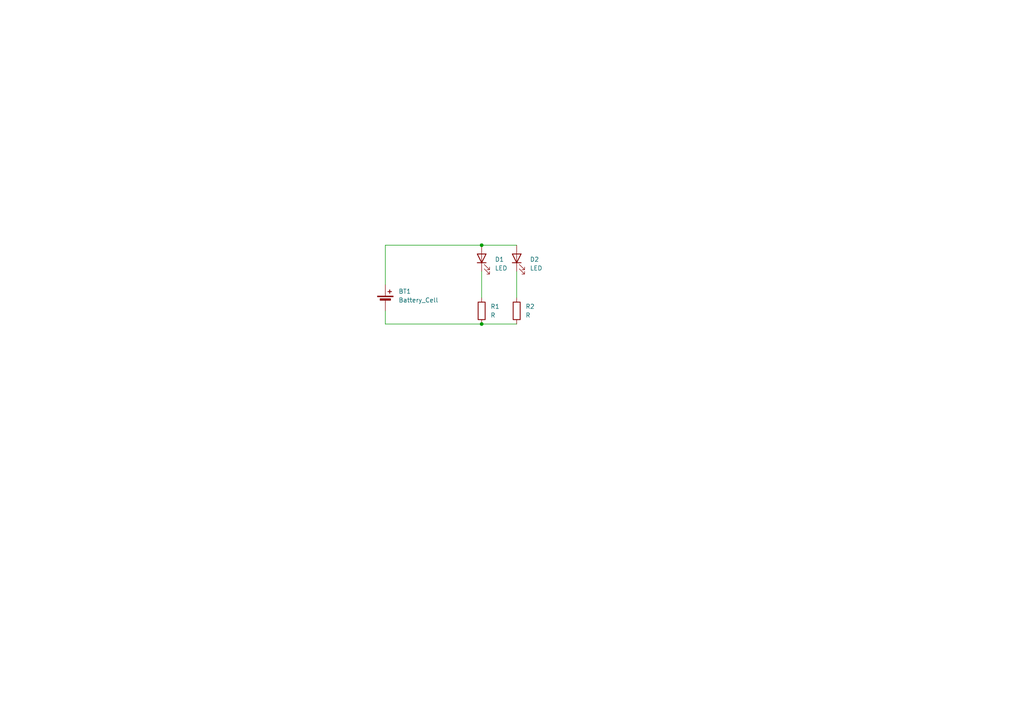
<source format=kicad_sch>
(kicad_sch
	(version 20250114)
	(generator "eeschema")
	(generator_version "9.0")
	(uuid "3c88bc89-351a-4af1-85c0-5bf32adedf59")
	(paper "A4")
	(lib_symbols
		(symbol "Device:Battery_Cell"
			(pin_numbers
				(hide yes)
			)
			(pin_names
				(offset 0)
				(hide yes)
			)
			(exclude_from_sim no)
			(in_bom yes)
			(on_board yes)
			(property "Reference" "BT"
				(at 2.54 2.54 0)
				(effects
					(font
						(size 1.27 1.27)
					)
					(justify left)
				)
			)
			(property "Value" "Battery_Cell"
				(at 2.54 0 0)
				(effects
					(font
						(size 1.27 1.27)
					)
					(justify left)
				)
			)
			(property "Footprint" ""
				(at 0 1.524 90)
				(effects
					(font
						(size 1.27 1.27)
					)
					(hide yes)
				)
			)
			(property "Datasheet" "~"
				(at 0 1.524 90)
				(effects
					(font
						(size 1.27 1.27)
					)
					(hide yes)
				)
			)
			(property "Description" "Single-cell battery"
				(at 0 0 0)
				(effects
					(font
						(size 1.27 1.27)
					)
					(hide yes)
				)
			)
			(property "ki_keywords" "battery cell"
				(at 0 0 0)
				(effects
					(font
						(size 1.27 1.27)
					)
					(hide yes)
				)
			)
			(symbol "Battery_Cell_0_1"
				(rectangle
					(start -2.286 1.778)
					(end 2.286 1.524)
					(stroke
						(width 0)
						(type default)
					)
					(fill
						(type outline)
					)
				)
				(rectangle
					(start -1.524 1.016)
					(end 1.524 0.508)
					(stroke
						(width 0)
						(type default)
					)
					(fill
						(type outline)
					)
				)
				(polyline
					(pts
						(xy 0 1.778) (xy 0 2.54)
					)
					(stroke
						(width 0)
						(type default)
					)
					(fill
						(type none)
					)
				)
				(polyline
					(pts
						(xy 0 0.762) (xy 0 0)
					)
					(stroke
						(width 0)
						(type default)
					)
					(fill
						(type none)
					)
				)
				(polyline
					(pts
						(xy 0.762 3.048) (xy 1.778 3.048)
					)
					(stroke
						(width 0.254)
						(type default)
					)
					(fill
						(type none)
					)
				)
				(polyline
					(pts
						(xy 1.27 3.556) (xy 1.27 2.54)
					)
					(stroke
						(width 0.254)
						(type default)
					)
					(fill
						(type none)
					)
				)
			)
			(symbol "Battery_Cell_1_1"
				(pin passive line
					(at 0 5.08 270)
					(length 2.54)
					(name "+"
						(effects
							(font
								(size 1.27 1.27)
							)
						)
					)
					(number "1"
						(effects
							(font
								(size 1.27 1.27)
							)
						)
					)
				)
				(pin passive line
					(at 0 -2.54 90)
					(length 2.54)
					(name "-"
						(effects
							(font
								(size 1.27 1.27)
							)
						)
					)
					(number "2"
						(effects
							(font
								(size 1.27 1.27)
							)
						)
					)
				)
			)
			(embedded_fonts no)
		)
		(symbol "Device:LED"
			(pin_numbers
				(hide yes)
			)
			(pin_names
				(offset 1.016)
				(hide yes)
			)
			(exclude_from_sim no)
			(in_bom yes)
			(on_board yes)
			(property "Reference" "D"
				(at 0 2.54 0)
				(effects
					(font
						(size 1.27 1.27)
					)
				)
			)
			(property "Value" "LED"
				(at 0 -2.54 0)
				(effects
					(font
						(size 1.27 1.27)
					)
				)
			)
			(property "Footprint" ""
				(at 0 0 0)
				(effects
					(font
						(size 1.27 1.27)
					)
					(hide yes)
				)
			)
			(property "Datasheet" "~"
				(at 0 0 0)
				(effects
					(font
						(size 1.27 1.27)
					)
					(hide yes)
				)
			)
			(property "Description" "Light emitting diode"
				(at 0 0 0)
				(effects
					(font
						(size 1.27 1.27)
					)
					(hide yes)
				)
			)
			(property "Sim.Pins" "1=K 2=A"
				(at 0 0 0)
				(effects
					(font
						(size 1.27 1.27)
					)
					(hide yes)
				)
			)
			(property "ki_keywords" "LED diode"
				(at 0 0 0)
				(effects
					(font
						(size 1.27 1.27)
					)
					(hide yes)
				)
			)
			(property "ki_fp_filters" "LED* LED_SMD:* LED_THT:*"
				(at 0 0 0)
				(effects
					(font
						(size 1.27 1.27)
					)
					(hide yes)
				)
			)
			(symbol "LED_0_1"
				(polyline
					(pts
						(xy -3.048 -0.762) (xy -4.572 -2.286) (xy -3.81 -2.286) (xy -4.572 -2.286) (xy -4.572 -1.524)
					)
					(stroke
						(width 0)
						(type default)
					)
					(fill
						(type none)
					)
				)
				(polyline
					(pts
						(xy -1.778 -0.762) (xy -3.302 -2.286) (xy -2.54 -2.286) (xy -3.302 -2.286) (xy -3.302 -1.524)
					)
					(stroke
						(width 0)
						(type default)
					)
					(fill
						(type none)
					)
				)
				(polyline
					(pts
						(xy -1.27 0) (xy 1.27 0)
					)
					(stroke
						(width 0)
						(type default)
					)
					(fill
						(type none)
					)
				)
				(polyline
					(pts
						(xy -1.27 -1.27) (xy -1.27 1.27)
					)
					(stroke
						(width 0.254)
						(type default)
					)
					(fill
						(type none)
					)
				)
				(polyline
					(pts
						(xy 1.27 -1.27) (xy 1.27 1.27) (xy -1.27 0) (xy 1.27 -1.27)
					)
					(stroke
						(width 0.254)
						(type default)
					)
					(fill
						(type none)
					)
				)
			)
			(symbol "LED_1_1"
				(pin passive line
					(at -3.81 0 0)
					(length 2.54)
					(name "K"
						(effects
							(font
								(size 1.27 1.27)
							)
						)
					)
					(number "1"
						(effects
							(font
								(size 1.27 1.27)
							)
						)
					)
				)
				(pin passive line
					(at 3.81 0 180)
					(length 2.54)
					(name "A"
						(effects
							(font
								(size 1.27 1.27)
							)
						)
					)
					(number "2"
						(effects
							(font
								(size 1.27 1.27)
							)
						)
					)
				)
			)
			(embedded_fonts no)
		)
		(symbol "Device:R"
			(pin_numbers
				(hide yes)
			)
			(pin_names
				(offset 0)
			)
			(exclude_from_sim no)
			(in_bom yes)
			(on_board yes)
			(property "Reference" "R"
				(at 2.032 0 90)
				(effects
					(font
						(size 1.27 1.27)
					)
				)
			)
			(property "Value" "R"
				(at 0 0 90)
				(effects
					(font
						(size 1.27 1.27)
					)
				)
			)
			(property "Footprint" ""
				(at -1.778 0 90)
				(effects
					(font
						(size 1.27 1.27)
					)
					(hide yes)
				)
			)
			(property "Datasheet" "~"
				(at 0 0 0)
				(effects
					(font
						(size 1.27 1.27)
					)
					(hide yes)
				)
			)
			(property "Description" "Resistor"
				(at 0 0 0)
				(effects
					(font
						(size 1.27 1.27)
					)
					(hide yes)
				)
			)
			(property "ki_keywords" "R res resistor"
				(at 0 0 0)
				(effects
					(font
						(size 1.27 1.27)
					)
					(hide yes)
				)
			)
			(property "ki_fp_filters" "R_*"
				(at 0 0 0)
				(effects
					(font
						(size 1.27 1.27)
					)
					(hide yes)
				)
			)
			(symbol "R_0_1"
				(rectangle
					(start -1.016 -2.54)
					(end 1.016 2.54)
					(stroke
						(width 0.254)
						(type default)
					)
					(fill
						(type none)
					)
				)
			)
			(symbol "R_1_1"
				(pin passive line
					(at 0 3.81 270)
					(length 1.27)
					(name "~"
						(effects
							(font
								(size 1.27 1.27)
							)
						)
					)
					(number "1"
						(effects
							(font
								(size 1.27 1.27)
							)
						)
					)
				)
				(pin passive line
					(at 0 -3.81 90)
					(length 1.27)
					(name "~"
						(effects
							(font
								(size 1.27 1.27)
							)
						)
					)
					(number "2"
						(effects
							(font
								(size 1.27 1.27)
							)
						)
					)
				)
			)
			(embedded_fonts no)
		)
	)
	(junction
		(at 139.7 93.98)
		(diameter 0)
		(color 0 0 0 0)
		(uuid "1ec439c7-ba33-4369-b29f-9265aad90b19")
	)
	(junction
		(at 139.7 71.12)
		(diameter 0)
		(color 0 0 0 0)
		(uuid "91eeb3b8-9f76-40ca-90b3-6cfb0e0127bd")
	)
	(wire
		(pts
			(xy 111.76 93.98) (xy 111.76 90.17)
		)
		(stroke
			(width 0)
			(type default)
		)
		(uuid "3526092f-8709-46a4-94b1-9b583f25e75c")
	)
	(wire
		(pts
			(xy 149.86 93.98) (xy 139.7 93.98)
		)
		(stroke
			(width 0)
			(type default)
		)
		(uuid "3b1147f7-2aef-42fc-a1c1-a9ff2e1c06fa")
	)
	(wire
		(pts
			(xy 139.7 93.98) (xy 111.76 93.98)
		)
		(stroke
			(width 0)
			(type default)
		)
		(uuid "6e2a3d8e-8300-4a80-9410-1eafc57fe7a5")
	)
	(wire
		(pts
			(xy 139.7 78.74) (xy 139.7 86.36)
		)
		(stroke
			(width 0)
			(type default)
		)
		(uuid "72364c21-870c-41e1-91ec-98f7699c6692")
	)
	(wire
		(pts
			(xy 149.86 78.74) (xy 149.86 86.36)
		)
		(stroke
			(width 0)
			(type default)
		)
		(uuid "a6ea9d14-247f-4d36-9776-634c5758840b")
	)
	(wire
		(pts
			(xy 139.7 71.12) (xy 149.86 71.12)
		)
		(stroke
			(width 0)
			(type default)
		)
		(uuid "b354d510-1b70-40b4-a1c8-12083f0a9f7e")
	)
	(wire
		(pts
			(xy 111.76 71.12) (xy 139.7 71.12)
		)
		(stroke
			(width 0)
			(type default)
		)
		(uuid "d8985e0b-acf7-45a3-bd58-606f3477fb6e")
	)
	(wire
		(pts
			(xy 111.76 82.55) (xy 111.76 71.12)
		)
		(stroke
			(width 0)
			(type default)
		)
		(uuid "e0e83959-da6b-43dd-a871-3deb999121da")
	)
	(symbol
		(lib_id "Device:Battery_Cell")
		(at 111.76 87.63 0)
		(unit 1)
		(exclude_from_sim no)
		(in_bom yes)
		(on_board yes)
		(dnp no)
		(fields_autoplaced yes)
		(uuid "55b2268c-d467-4341-82f4-ee834bed6672")
		(property "Reference" "BT1"
			(at 115.57 84.5184 0)
			(effects
				(font
					(size 1.27 1.27)
				)
				(justify left)
			)
		)
		(property "Value" "Battery_Cell"
			(at 115.57 87.0584 0)
			(effects
				(font
					(size 1.27 1.27)
				)
				(justify left)
			)
		)
		(property "Footprint" "Battery:BatteryHolder_Keystone_3034_1x20mm"
			(at 111.76 86.106 90)
			(effects
				(font
					(size 1.27 1.27)
				)
				(hide yes)
			)
		)
		(property "Datasheet" "~"
			(at 111.76 86.106 90)
			(effects
				(font
					(size 1.27 1.27)
				)
				(hide yes)
			)
		)
		(property "Description" "Single-cell battery"
			(at 111.76 87.63 0)
			(effects
				(font
					(size 1.27 1.27)
				)
				(hide yes)
			)
		)
		(pin "2"
			(uuid "f3369b97-42c1-4d24-b7fb-2835afd53a60")
		)
		(pin "1"
			(uuid "6c82565c-48be-4141-b61e-492f232e9856")
		)
		(instances
			(project ""
				(path "/3c88bc89-351a-4af1-85c0-5bf32adedf59"
					(reference "BT1")
					(unit 1)
				)
			)
		)
	)
	(symbol
		(lib_id "Device:R")
		(at 149.86 90.17 0)
		(unit 1)
		(exclude_from_sim no)
		(in_bom yes)
		(on_board yes)
		(dnp no)
		(fields_autoplaced yes)
		(uuid "aca3a687-1d91-408f-9dfa-812e08eca3be")
		(property "Reference" "R2"
			(at 152.4 88.8999 0)
			(effects
				(font
					(size 1.27 1.27)
				)
				(justify left)
			)
		)
		(property "Value" "R"
			(at 152.4 91.4399 0)
			(effects
				(font
					(size 1.27 1.27)
				)
				(justify left)
			)
		)
		(property "Footprint" "Resistor_THT:R_Axial_DIN0207_L6.3mm_D2.5mm_P7.62mm_Horizontal"
			(at 148.082 90.17 90)
			(effects
				(font
					(size 1.27 1.27)
				)
				(hide yes)
			)
		)
		(property "Datasheet" "~"
			(at 149.86 90.17 0)
			(effects
				(font
					(size 1.27 1.27)
				)
				(hide yes)
			)
		)
		(property "Description" "Resistor"
			(at 149.86 90.17 0)
			(effects
				(font
					(size 1.27 1.27)
				)
				(hide yes)
			)
		)
		(pin "1"
			(uuid "2e9e69a2-2f8b-4032-a26f-f8c1a5f9e710")
		)
		(pin "2"
			(uuid "ec4904e7-69bc-42a3-8e6c-dea52c40ec08")
		)
		(instances
			(project "Solder tutorial"
				(path "/3c88bc89-351a-4af1-85c0-5bf32adedf59"
					(reference "R2")
					(unit 1)
				)
			)
		)
	)
	(symbol
		(lib_id "Device:R")
		(at 139.7 90.17 0)
		(unit 1)
		(exclude_from_sim no)
		(in_bom yes)
		(on_board yes)
		(dnp no)
		(fields_autoplaced yes)
		(uuid "bd3cc2a6-1f77-4d05-9cc7-a4489d97448d")
		(property "Reference" "R1"
			(at 142.24 88.8999 0)
			(effects
				(font
					(size 1.27 1.27)
				)
				(justify left)
			)
		)
		(property "Value" "R"
			(at 142.24 91.4399 0)
			(effects
				(font
					(size 1.27 1.27)
				)
				(justify left)
			)
		)
		(property "Footprint" "Resistor_THT:R_Axial_DIN0207_L6.3mm_D2.5mm_P7.62mm_Horizontal"
			(at 137.922 90.17 90)
			(effects
				(font
					(size 1.27 1.27)
				)
				(hide yes)
			)
		)
		(property "Datasheet" "~"
			(at 139.7 90.17 0)
			(effects
				(font
					(size 1.27 1.27)
				)
				(hide yes)
			)
		)
		(property "Description" "Resistor"
			(at 139.7 90.17 0)
			(effects
				(font
					(size 1.27 1.27)
				)
				(hide yes)
			)
		)
		(pin "1"
			(uuid "5a58b44f-ec15-4196-b935-b5a4370427e2")
		)
		(pin "2"
			(uuid "12b30a1c-acac-468d-9694-211313415aa3")
		)
		(instances
			(project ""
				(path "/3c88bc89-351a-4af1-85c0-5bf32adedf59"
					(reference "R1")
					(unit 1)
				)
			)
		)
	)
	(symbol
		(lib_id "Device:LED")
		(at 139.7 74.93 90)
		(unit 1)
		(exclude_from_sim no)
		(in_bom yes)
		(on_board yes)
		(dnp no)
		(fields_autoplaced yes)
		(uuid "d0cd8b10-f9f4-43a0-a45a-23d861b7596f")
		(property "Reference" "D1"
			(at 143.51 75.2474 90)
			(effects
				(font
					(size 1.27 1.27)
				)
				(justify right)
			)
		)
		(property "Value" "LED"
			(at 143.51 77.7874 90)
			(effects
				(font
					(size 1.27 1.27)
				)
				(justify right)
			)
		)
		(property "Footprint" "LED_THT:LED_D5.0mm"
			(at 139.7 74.93 0)
			(effects
				(font
					(size 1.27 1.27)
				)
				(hide yes)
			)
		)
		(property "Datasheet" "~"
			(at 139.7 74.93 0)
			(effects
				(font
					(size 1.27 1.27)
				)
				(hide yes)
			)
		)
		(property "Description" "Light emitting diode"
			(at 139.7 74.93 0)
			(effects
				(font
					(size 1.27 1.27)
				)
				(hide yes)
			)
		)
		(property "Sim.Pins" "1=K 2=A"
			(at 139.7 74.93 0)
			(effects
				(font
					(size 1.27 1.27)
				)
				(hide yes)
			)
		)
		(pin "2"
			(uuid "6490c550-3e6c-4791-82d3-1cd5efff1c8e")
		)
		(pin "1"
			(uuid "ed4d6149-0cb1-4cdc-ab89-07a0f8a34641")
		)
		(instances
			(project ""
				(path "/3c88bc89-351a-4af1-85c0-5bf32adedf59"
					(reference "D1")
					(unit 1)
				)
			)
		)
	)
	(symbol
		(lib_id "Device:LED")
		(at 149.86 74.93 90)
		(unit 1)
		(exclude_from_sim no)
		(in_bom yes)
		(on_board yes)
		(dnp no)
		(fields_autoplaced yes)
		(uuid "fb95e9fd-141c-4c0f-974b-24866f62bc7e")
		(property "Reference" "D2"
			(at 153.67 75.2474 90)
			(effects
				(font
					(size 1.27 1.27)
				)
				(justify right)
			)
		)
		(property "Value" "LED"
			(at 153.67 77.7874 90)
			(effects
				(font
					(size 1.27 1.27)
				)
				(justify right)
			)
		)
		(property "Footprint" "LED_THT:LED_D5.0mm"
			(at 149.86 74.93 0)
			(effects
				(font
					(size 1.27 1.27)
				)
				(hide yes)
			)
		)
		(property "Datasheet" "~"
			(at 149.86 74.93 0)
			(effects
				(font
					(size 1.27 1.27)
				)
				(hide yes)
			)
		)
		(property "Description" "Light emitting diode"
			(at 149.86 74.93 0)
			(effects
				(font
					(size 1.27 1.27)
				)
				(hide yes)
			)
		)
		(property "Sim.Pins" "1=K 2=A"
			(at 149.86 74.93 0)
			(effects
				(font
					(size 1.27 1.27)
				)
				(hide yes)
			)
		)
		(pin "2"
			(uuid "09d562e1-6b8b-4b48-874d-e32144c0c401")
		)
		(pin "1"
			(uuid "a6ada2b8-0daf-4081-9883-1e70ba43e1a6")
		)
		(instances
			(project "Solder tutorial"
				(path "/3c88bc89-351a-4af1-85c0-5bf32adedf59"
					(reference "D2")
					(unit 1)
				)
			)
		)
	)
	(sheet_instances
		(path "/"
			(page "1")
		)
	)
	(embedded_fonts no)
)

</source>
